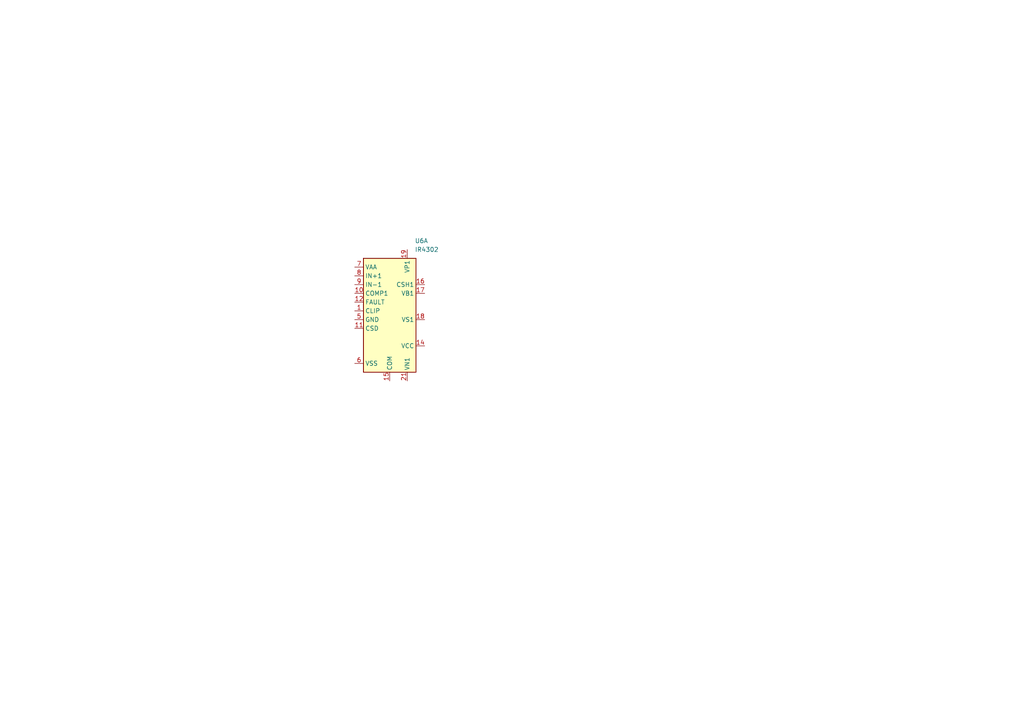
<source format=kicad_sch>
(kicad_sch (version 20231120) (generator "eeschema") (generator_version "8.0")
  (paper "A4")
  (lib_symbols
    (symbol "Amplifier_Audio:IR4302"
      (property "Reference" "U" (at -7.62 20.955 0))
      (property "Value" "IR4302" (at -7.62 19.05 0))
      (symbol "IR4302_0_1"
        (rectangle (start -7.62 -15.24) (end 7.62 17.78) (stroke (width 0.254)) (fill (type background)))
      )
      (symbol "IR4302_1_1"
        (pin open_collector line (at -10.16 2.54 0) (length 2.54) (name "CLIP") (number "1"))
        (pin output line (at -10.16 7.62 0) (length 2.54) (name "COMP1") (number "10"))
        (pin passive line (at -10.16 -2.54 0) (length 2.54) (name "CSD") (number "11"))
        (pin open_collector line (at -10.16 5.08 0) (length 2.54) (name "FAULT") (number "12"))
        (pin no_connect line (at -7.62 -5.08 0) (length 2.54) hide (name "NC") (number "13"))
        (pin power_in line (at 10.16 -7.62 180) (length 2.54) (name "VCC") (number "14"))
        (pin power_in line (at 0 -17.78 90) (length 2.54) (name "COM") (number "15"))
        (pin passive line (at 10.16 10.16 180) (length 2.54) (name "CSH1") (number "16"))
        (pin power_in line (at 10.16 7.62 180) (length 2.54) (name "VB1") (number "17"))
        (pin output line (at 10.16 0 180) (length 2.54) (name "VS1") (number "18"))
        (pin power_in line (at 5.08 20.32 270) (length 2.54) (name "VP1") (number "19"))
        (pin passive line (at 10.16 0 180) (length 2.54) hide (name "VS1") (number "20"))
        (pin power_in line (at 5.08 -17.78 90) (length 2.54) (name "VN1") (number "21"))
        (pin passive line (at 0 -17.78 90) (length 2.54) hide (name "COM") (number "28"))
        (pin no_connect line (at -7.62 -7.62 0) (length 2.54) hide (name "NC") (number "29"))
        (pin no_connect line (at -7.62 -10.16 0) (length 2.54) hide (name "NC") (number "30"))
        (pin passive line (at 0 -17.78 90) (length 2.54) hide (name "COM") (number "31"))
        (pin power_in line (at -10.16 0 0) (length 2.54) (name "GND") (number "5"))
        (pin power_in line (at -10.16 -12.7 0) (length 2.54) (name "VSS") (number "6"))
        (pin power_in line (at -10.16 15.24 0) (length 2.54) (name "VAA") (number "7"))
        (pin input line (at -10.16 12.7 0) (length 2.54) (name "IN+1") (number "8"))
        (pin input line (at -10.16 10.16 0) (length 2.54) (name "IN-1") (number "9"))
      )
      (symbol "IR4302_2_1"
        (pin output line (at -10.16 7.62 0) (length 2.54) (name "COMP2") (number "2"))
        (pin power_in line (at 5.08 -17.78 90) (length 2.54) (name "VN2") (number "22"))
        (pin output line (at 10.16 0 180) (length 2.54) (name "VS2") (number "23"))
        (pin power_in line (at 5.08 20.32 270) (length 2.54) (name "VP2") (number "24"))
        (pin passive line (at 10.16 0 180) (length 2.54) hide (name "VS2") (number "25"))
        (pin power_in line (at 10.16 7.62 180) (length 2.54) (name "VB2") (number "26"))
        (pin passive line (at 10.16 10.16 180) (length 2.54) (name "CSH2") (number "27"))
        (pin input line (at -10.16 10.16 0) (length 2.54) (name "IN-2") (number "3"))
        (pin input line (at -10.16 12.7 0) (length 2.54) (name "IN+2") (number "4"))
      )
    )
  )
  (symbol (lib_id "Amplifier_Audio:IR4302") (at 113.03 92.71 0) (unit 1)
    (property "Reference" "U6" (at 120.3041 69.85 0) (effects (justify left)))
    (property "Value" "IR4302" (at 120.3041 72.39 0) (effects (justify left)))
    (property "Footprint" "Package_DFN_QFN:Infineon_PQFN-44-31-5EP_7x7mm_P0.5mm" (effects (hide yes)))
    (property "Datasheet" "https://www.infineon.com/dgdl/ir4302.pdf?fileId=5546d462533600a4015355d602a9181d" (effects (hide yes)))
    (property "Description" "PowIRaudio 2 Channel Integrated Analog Input Class D Audio Amplifier, 130W/4ohm, 80V, PQFN-44" (effects (hide yes)))
  )
)
</source>
